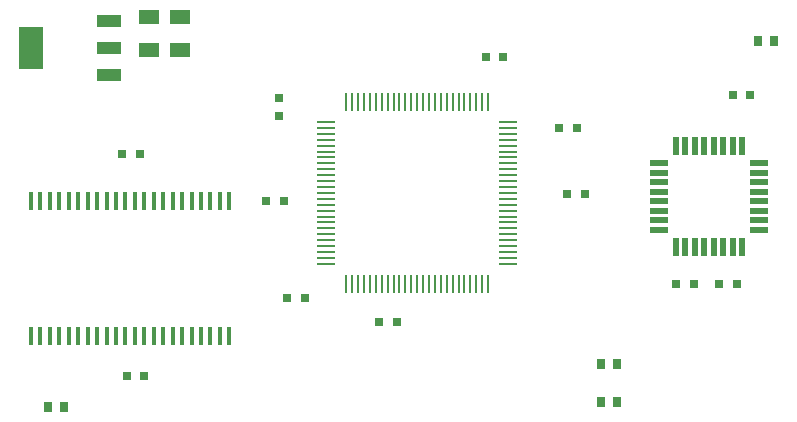
<source format=gtp>
G04 #@! TF.GenerationSoftware,KiCad,Pcbnew,5.1.5+dfsg1-2build2*
G04 #@! TF.CreationDate,2021-05-15T16:51:55+02:00*
G04 #@! TF.ProjectId,fg99,66673939-2e6b-4696-9361-645f70636258,1*
G04 #@! TF.SameCoordinates,Original*
G04 #@! TF.FileFunction,Paste,Top*
G04 #@! TF.FilePolarity,Positive*
%FSLAX46Y46*%
G04 Gerber Fmt 4.6, Leading zero omitted, Abs format (unit mm)*
G04 Created by KiCad (PCBNEW 5.1.5+dfsg1-2build2) date 2021-05-15 16:51:55*
%MOMM*%
%LPD*%
G04 APERTURE LIST*
%ADD10R,0.288000X1.488000*%
%ADD11R,1.488000X0.288000*%
%ADD12R,1.788000X1.218000*%
%ADD13R,2.020000X3.645600*%
%ADD14R,2.020000X1.004000*%
%ADD15R,0.465000X1.505400*%
%ADD16R,0.538000X1.588000*%
%ADD17R,1.588000X0.538000*%
%ADD18R,0.788000X0.738000*%
%ADD19R,0.738000X0.788000*%
%ADD20R,0.738000X0.888000*%
G04 APERTURE END LIST*
D10*
X136083000Y-58458000D03*
X135583000Y-58458000D03*
X135083000Y-58458000D03*
X134583000Y-58458000D03*
X134083000Y-58458000D03*
X133583000Y-58458000D03*
X133083000Y-58458000D03*
X132583000Y-58458000D03*
X132083000Y-58458000D03*
X131583000Y-58458000D03*
X131083000Y-58458000D03*
X130583000Y-58458000D03*
X130083000Y-58458000D03*
X129583000Y-58458000D03*
X129083000Y-58458000D03*
X128583000Y-58458000D03*
X128083000Y-58458000D03*
X127583000Y-58458000D03*
X127083000Y-58458000D03*
X126583000Y-58458000D03*
X126083000Y-58458000D03*
X125583000Y-58458000D03*
X125083000Y-58458000D03*
X124583000Y-58458000D03*
X124083000Y-58458000D03*
D11*
X122383000Y-60158000D03*
X122383000Y-60658000D03*
X122383000Y-61158000D03*
X122383000Y-61658000D03*
X122383000Y-62158000D03*
X122383000Y-62658000D03*
X122383000Y-63158000D03*
X122383000Y-63658000D03*
X122383000Y-64158000D03*
X122383000Y-64658000D03*
X122383000Y-65158000D03*
X122383000Y-65658000D03*
X122383000Y-66158000D03*
X122383000Y-66658000D03*
X122383000Y-67158000D03*
X122383000Y-67658000D03*
X122383000Y-68158000D03*
X122383000Y-68658000D03*
X122383000Y-69158000D03*
X122383000Y-69658000D03*
X122383000Y-70158000D03*
X122383000Y-70658000D03*
X122383000Y-71158000D03*
X122383000Y-71658000D03*
X122383000Y-72158000D03*
D10*
X124083000Y-73858000D03*
X124583000Y-73858000D03*
X125083000Y-73858000D03*
X125583000Y-73858000D03*
X126083000Y-73858000D03*
X126583000Y-73858000D03*
X127083000Y-73858000D03*
X127583000Y-73858000D03*
X128083000Y-73858000D03*
X128583000Y-73858000D03*
X129083000Y-73858000D03*
X129583000Y-73858000D03*
X130083000Y-73858000D03*
X130583000Y-73858000D03*
X131083000Y-73858000D03*
X131583000Y-73858000D03*
X132083000Y-73858000D03*
X132583000Y-73858000D03*
X133083000Y-73858000D03*
X133583000Y-73858000D03*
X134083000Y-73858000D03*
X134583000Y-73858000D03*
X135083000Y-73858000D03*
X135583000Y-73858000D03*
X136083000Y-73858000D03*
D11*
X137783000Y-72158000D03*
X137783000Y-71658000D03*
X137783000Y-71158000D03*
X137783000Y-70658000D03*
X137783000Y-70158000D03*
X137783000Y-69658000D03*
X137783000Y-69158000D03*
X137783000Y-68658000D03*
X137783000Y-68158000D03*
X137783000Y-67658000D03*
X137783000Y-67158000D03*
X137783000Y-66658000D03*
X137783000Y-66158000D03*
X137783000Y-65658000D03*
X137783000Y-65158000D03*
X137783000Y-64658000D03*
X137783000Y-64158000D03*
X137783000Y-63658000D03*
X137783000Y-63158000D03*
X137783000Y-62658000D03*
X137783000Y-62158000D03*
X137783000Y-61658000D03*
X137783000Y-61158000D03*
X137783000Y-60658000D03*
X137783000Y-60158000D03*
D12*
X107383000Y-51258000D03*
X110003000Y-51258000D03*
X107363000Y-54058000D03*
X109983000Y-54058000D03*
D13*
X97379000Y-53858000D03*
D14*
X103983000Y-53858000D03*
X103983000Y-51572000D03*
X103983000Y-56144000D03*
D15*
X97383000Y-78268800D03*
X98183000Y-78268800D03*
X98983000Y-78268800D03*
X99783000Y-78268800D03*
X100583000Y-78268800D03*
X101383000Y-78268800D03*
X102183000Y-78268800D03*
X102983000Y-78268800D03*
X103783000Y-78268800D03*
X104583000Y-78268800D03*
X105383000Y-78268800D03*
X106183000Y-78268800D03*
X106983000Y-78268800D03*
X107783000Y-78268800D03*
X108583000Y-78268800D03*
X109383000Y-78268800D03*
X110183000Y-78268800D03*
X110983000Y-78268800D03*
X111783000Y-78268800D03*
X112583000Y-78268800D03*
X113383000Y-78268800D03*
X114183000Y-78268800D03*
X97383000Y-66858000D03*
X98183000Y-66858000D03*
X98983000Y-66858000D03*
X99783000Y-66858000D03*
X100583000Y-66858000D03*
X101383000Y-66858000D03*
X102183000Y-66858000D03*
X102983000Y-66858000D03*
X103783000Y-66858000D03*
X104583000Y-66858000D03*
X105383000Y-66858000D03*
X106183000Y-66858000D03*
X106983000Y-66858000D03*
X107783000Y-66858000D03*
X108583000Y-66858000D03*
X109383000Y-66858000D03*
X110183000Y-66858000D03*
X110983000Y-66858000D03*
X111783000Y-66858000D03*
X112583000Y-66858000D03*
X113383000Y-66858000D03*
X114183000Y-66858000D03*
D16*
X151983000Y-70708000D03*
X152783000Y-70708000D03*
X153583000Y-70708000D03*
X154383000Y-70708000D03*
X155183000Y-70708000D03*
X155983000Y-70708000D03*
X156783000Y-70708000D03*
X157583000Y-70708000D03*
D17*
X159033000Y-69258000D03*
X159033000Y-68458000D03*
X159033000Y-67658000D03*
X159033000Y-66858000D03*
X159033000Y-66058000D03*
X159033000Y-65258000D03*
X159033000Y-64458000D03*
X159033000Y-63658000D03*
D16*
X157583000Y-62208000D03*
X156783000Y-62208000D03*
X155983000Y-62208000D03*
X155183000Y-62208000D03*
X154383000Y-62208000D03*
X153583000Y-62208000D03*
X152783000Y-62208000D03*
X151983000Y-62208000D03*
D17*
X150533000Y-63658000D03*
X150533000Y-64458000D03*
X150533000Y-65258000D03*
X150533000Y-66058000D03*
X150533000Y-66858000D03*
X150533000Y-67658000D03*
X150533000Y-68458000D03*
X150533000Y-69258000D03*
D18*
X106583000Y-62858000D03*
X105083000Y-62858000D03*
X105483000Y-81658000D03*
X106983000Y-81658000D03*
X153483000Y-73858000D03*
X151983000Y-73858000D03*
X155633000Y-73858000D03*
X157133000Y-73858000D03*
X156783000Y-57858000D03*
X158283000Y-57858000D03*
X135883000Y-54658000D03*
X137383000Y-54658000D03*
D19*
X118383000Y-59658000D03*
X118383000Y-58158000D03*
D18*
X142083000Y-60658000D03*
X143583000Y-60658000D03*
X118783000Y-66858000D03*
X117283000Y-66858000D03*
X120583000Y-75058000D03*
X119083000Y-75058000D03*
X126883000Y-77058000D03*
X128383000Y-77058000D03*
X142783000Y-66258000D03*
X144283000Y-66258000D03*
D20*
X147008000Y-83858000D03*
X145658000Y-83858000D03*
X158958000Y-53258000D03*
X160308000Y-53258000D03*
X145658000Y-80658000D03*
X147008000Y-80658000D03*
X98833000Y-84258000D03*
X100183000Y-84258000D03*
M02*

</source>
